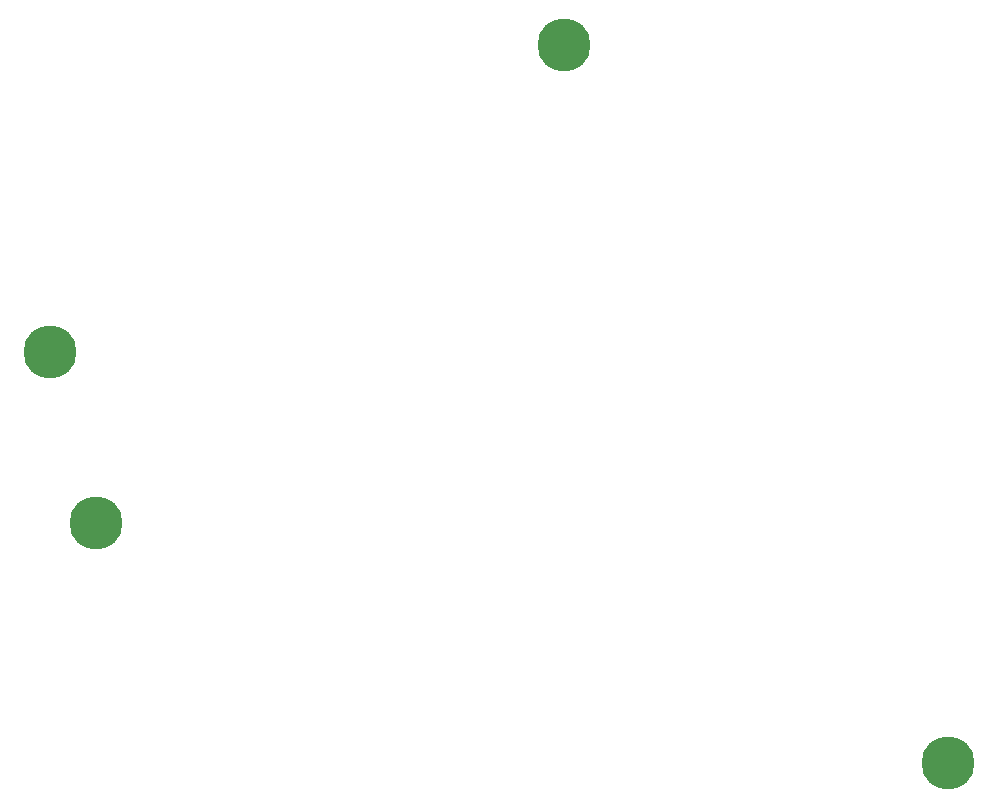
<source format=gbr>
%TF.GenerationSoftware,KiCad,Pcbnew,7.0.2-0*%
%TF.CreationDate,2023-07-17T19:12:55+02:00*%
%TF.ProjectId,platepcb,706c6174-6570-4636-922e-6b696361645f,v1.0.0*%
%TF.SameCoordinates,Original*%
%TF.FileFunction,Soldermask,Bot*%
%TF.FilePolarity,Negative*%
%FSLAX46Y46*%
G04 Gerber Fmt 4.6, Leading zero omitted, Abs format (unit mm)*
G04 Created by KiCad (PCBNEW 7.0.2-0) date 2023-07-17 19:12:55*
%MOMM*%
%LPD*%
G01*
G04 APERTURE LIST*
%ADD10C,0.800000*%
%ADD11C,4.500000*%
G04 APERTURE END LIST*
D10*
%TO.C,_1*%
X154747134Y-124571627D03*
D11*
X153318192Y-123746627D03*
D10*
X153745243Y-125340405D03*
X154143192Y-122317685D03*
X151724414Y-124173678D03*
X151889250Y-122921627D03*
X152493192Y-125175569D03*
X154911970Y-123319576D03*
X152891141Y-122152849D03*
%TD*%
%TO.C,_2*%
X158629419Y-139060514D03*
D11*
X157200477Y-138235514D03*
D10*
X157627528Y-139829292D03*
X158025477Y-136806572D03*
X155606699Y-138662565D03*
X155771535Y-137410514D03*
X156375477Y-139664456D03*
X158794255Y-137808463D03*
X156773426Y-136641736D03*
%TD*%
%TO.C,_3*%
X197871094Y-99058813D03*
D11*
X196810495Y-97794840D03*
D10*
X196666688Y-99438561D03*
X198074468Y-96734241D03*
X195166774Y-97651033D03*
X195749896Y-96530867D03*
X195546522Y-98855439D03*
X198454216Y-97938647D03*
X196954302Y-96151119D03*
%TD*%
%TO.C,_4*%
X229993006Y-160074345D03*
D11*
X229295686Y-158578937D03*
D10*
X228731353Y-160129430D03*
X230791094Y-157881617D03*
X227745193Y-158014604D03*
X228598366Y-157083529D03*
X227800278Y-159276257D03*
X230846179Y-159143270D03*
X229860019Y-157028444D03*
%TD*%
M02*

</source>
